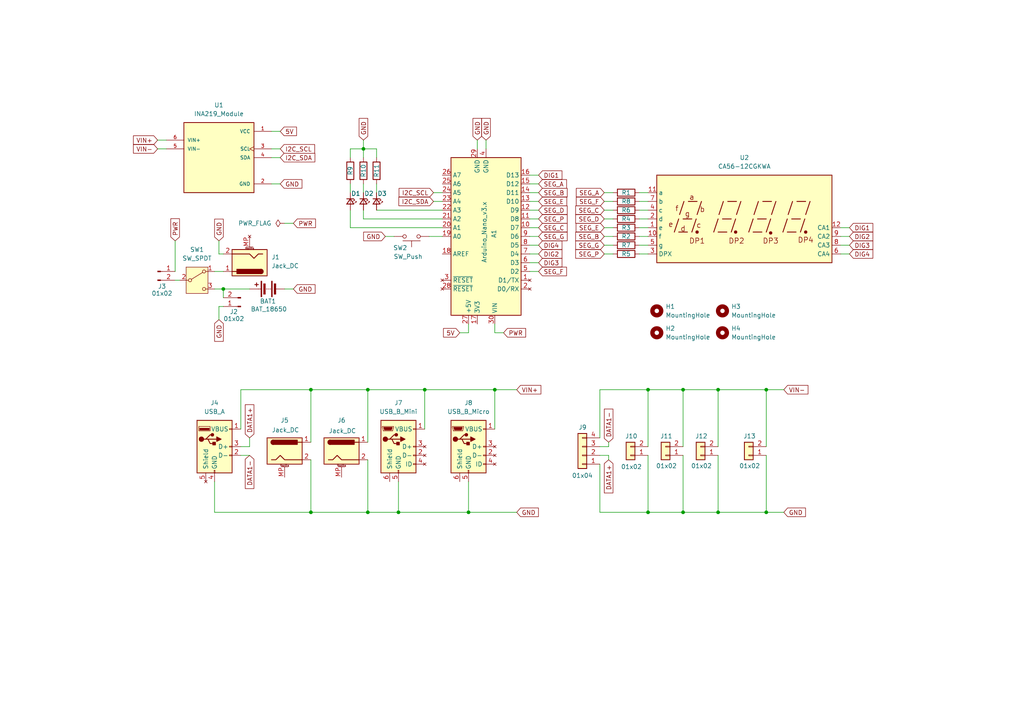
<source format=kicad_sch>
(kicad_sch (version 20250114) (generator "eeschema") (generator_version "9.0")
  (paper "A4")
  (lib_symbols
    (symbol "Barrel_Jack_MountingPin_1" (pin_names (hide yes))
      (property "Reference" "J1" (at -6.35 -1.6257 0))
      (property "Value" "Jack_DC" (at -6.35 0.9143 0))
      (symbol "Barrel_Jack_MountingPin_1_0_1"
        (rectangle (start -5.08 3.81) (end 5.08 -3.81) (stroke (width 0.254)) (fill (type background)))
        (polyline (pts (xy -3.81 -2.54) (xy -2.54 -2.54) (xy -1.27 -1.27) (xy 0 -2.54) (xy 2.54 -2.54) (xy 5.08 -2.54)) (stroke (width 0.254)))
        (arc (start -3.302 1.905) (mid -3.9343 2.54) (end -3.302 3.175) (stroke (width 0.254)))
        (arc (start -3.302 1.905) (mid -3.9343 2.54) (end -3.302 3.175) (stroke (width 0.254)) (fill (type outline)))
        (rectangle (start 3.683 3.175) (end -3.302 1.905) (stroke (width 0.254)) (fill (type outline)))
        (polyline (pts (xy 5.08 2.54) (xy 3.81 2.54)) (stroke (width 0.254)))
      )
      (symbol "Barrel_Jack_MountingPin_1_1_1"
        (polyline (pts (xy -1.016 -4.572) (xy 1.016 -4.572)) (stroke (width 0.1524)))
        (text "Mounting" (at 0 -4.191 0) (effects (font (size 0.381 0.381))))
        (pin no_connect line (at 0 -7.62 90) (length 3.048) (name "MountPin") (number "MP"))
        (pin passive line (at 7.62 2.54 180) (length 2.54) (name "~") (number "1"))
        (pin passive line (at 7.62 -2.54 180) (length 2.54) (name "~") (number "2"))
      )
    )
    (symbol "Barrel_Jack_MountingPin_2" (pin_names (hide yes))
      (property "Reference" "J4" (at 0 8.89 0))
      (property "Value" "Jack_DC" (at 0.254 6.096 0))
      (symbol "Barrel_Jack_MountingPin_2_0_1"
        (rectangle (start -5.08 3.81) (end 5.08 -3.81) (stroke (width 0.254)) (fill (type background)))
        (polyline (pts (xy -3.81 -2.54) (xy -2.54 -2.54) (xy -1.27 -1.27) (xy 0 -2.54) (xy 2.54 -2.54) (xy 5.08 -2.54)) (stroke (width 0.254)))
        (arc (start -3.302 1.905) (mid -3.9343 2.54) (end -3.302 3.175) (stroke (width 0.254)))
        (arc (start -3.302 1.905) (mid -3.9343 2.54) (end -3.302 3.175) (stroke (width 0.254)) (fill (type outline)))
        (rectangle (start 3.683 3.175) (end -3.302 1.905) (stroke (width 0.254)) (fill (type outline)))
        (polyline (pts (xy 5.08 2.54) (xy 3.81 2.54)) (stroke (width 0.254)))
      )
      (symbol "Barrel_Jack_MountingPin_2_1_1"
        (polyline (pts (xy -1.016 -4.572) (xy 1.016 -4.572)) (stroke (width 0.1524)))
        (text "Mounting" (at 0 -4.191 0) (effects (font (size 0.381 0.381))))
        (pin free line (at 0 -7.62 90) (length 3.048) (name "MountPin") (number "MP"))
        (pin power_out line (at 7.62 2.54 180) (length 2.54) (name "~") (number "1"))
        (pin passive line (at 7.62 -2.54 180) (length 2.54) (name "~") (number "2"))
      )
    )
    (symbol "Connector:Barrel_Jack_MountingPin" (pin_names (hide yes))
      (property "Reference" "J5" (at 0 8.89 0))
      (property "Value" "Jack_DC" (at 0.254 5.842 0))
      (symbol "Barrel_Jack_MountingPin_0_1"
        (rectangle (start -5.08 3.81) (end 5.08 -3.81) (stroke (width 0.254)) (fill (type background)))
        (polyline (pts (xy -3.81 -2.54) (xy -2.54 -2.54) (xy -1.27 -1.27) (xy 0 -2.54) (xy 2.54 -2.54) (xy 5.08 -2.54)) (stroke (width 0.254)))
        (arc (start -3.302 1.905) (mid -3.9343 2.54) (end -3.302 3.175) (stroke (width 0.254)))
        (arc (start -3.302 1.905) (mid -3.9343 2.54) (end -3.302 3.175) (stroke (width 0.254)) (fill (type outline)))
        (rectangle (start 3.683 3.175) (end -3.302 1.905) (stroke (width 0.254)) (fill (type outline)))
        (polyline (pts (xy 5.08 2.54) (xy 3.81 2.54)) (stroke (width 0.254)))
      )
      (symbol "Barrel_Jack_MountingPin_1_1"
        (polyline (pts (xy -1.016 -4.572) (xy 1.016 -4.572)) (stroke (width 0.1524)))
        (text "Mounting" (at 0 -4.191 0) (effects (font (size 0.381 0.381))))
        (pin free line (at 0 -7.62 90) (length 3.048) (name "MountPin") (number "MP"))
        (pin power_out line (at 7.62 2.54 180) (length 2.54) (name "~") (number "1"))
        (pin passive line (at 7.62 -2.54 180) (length 2.54) (name "~") (number "2"))
      )
    )
    (symbol "Connector:Conn_01x02_Pin" (pin_names (offset 1.016) (hide yes))
      (property "Reference" "J" (at 0 2.54 0))
      (property "Value" "Conn_01x02_Pin" (at 0 -5.08 0))
      (symbol "Conn_01x02_Pin_1_1"
        (rectangle (start 0.8636 0.127) (end 0 -0.127) (stroke (width 0.1524)) (fill (type outline)))
        (rectangle (start 0.8636 -2.413) (end 0 -2.667) (stroke (width 0.1524)) (fill (type outline)))
        (polyline (pts (xy 1.27 0) (xy 0.8636 0)) (stroke (width 0.1524)))
        (polyline (pts (xy 1.27 -2.54) (xy 0.8636 -2.54)) (stroke (width 0.1524)))
        (pin passive line (at 5.08 0 180) (length 3.81) (name "Pin_1") (number "1"))
        (pin passive line (at 5.08 -2.54 180) (length 3.81) (name "Pin_2") (number "2"))
      )
    )
    (symbol "Connector:USB_A" (pin_names (offset 1.016))
      (property "Reference" "J3" (at 0 12.7 0))
      (property "Value" "USB_A" (at 0 10.16 0))
      (symbol "USB_A_0_1"
        (rectangle (start -5.08 7.62) (end 5.08 -7.62) (stroke (width 0.254)) (fill (type background)))
        (circle (center -3.81 2.159) (radius 0.635) (stroke (width 0.254)) (fill (type outline)))
        (polyline (pts (xy -3.175 2.159) (xy -2.54 2.159) (xy -1.27 3.429) (xy -0.635 3.429)) (stroke (width 0.254)))
        (polyline (pts (xy -2.54 2.159) (xy -1.905 2.159) (xy -1.27 0.889) (xy 0 0.889)) (stroke (width 0.254)))
        (rectangle (start -1.524 4.826) (end -4.318 5.334) (fill (type outline)))
        (rectangle (start -1.27 4.572) (end -4.572 5.842))
        (circle (center -0.635 3.429) (radius 0.381) (stroke (width 0.254)) (fill (type outline)))
        (rectangle (start -0.127 -7.62) (end 0.127 -6.858))
        (rectangle (start 0.254 1.27) (end -0.508 0.508) (stroke (width 0.254)) (fill (type outline)))
        (polyline (pts (xy 0.635 2.794) (xy 0.635 1.524) (xy 1.905 2.159) (xy 0.635 2.794)) (stroke (width 0.254)) (fill (type outline)))
        (rectangle (start 5.08 4.953) (end 4.318 5.207))
        (rectangle (start 5.08 -0.127) (end 4.318 0.127))
        (rectangle (start 5.08 -2.667) (end 4.318 -2.413))
      )
      (symbol "USB_A_1_1"
        (polyline (pts (xy -1.905 2.159) (xy 0.635 2.159)) (stroke (width 0.254)))
        (pin no_connect line (at -2.54 -10.16 90) (length 2.54) (name "Shield") (number "5"))
        (pin passive line (at 0 -10.16 90) (length 2.54) (name "GND") (number "4"))
        (pin power_out line (at 7.62 5.08 180) (length 2.54) (name "VBUS") (number "1"))
        (pin bidirectional line (at 7.62 0 180) (length 2.54) (name "D+") (number "3"))
        (pin bidirectional line (at 7.62 -2.54 180) (length 2.54) (name "D-") (number "2"))
      )
    )
    (symbol "Connector:USB_B_Micro" (pin_names (offset 1.016))
      (property "Reference" "J7" (at 0 12.7 0))
      (property "Value" "USB_B_Micro" (at 0 10.16 0))
      (symbol "USB_B_Micro_0_1"
        (rectangle (start -5.08 7.62) (end 5.08 -7.62) (stroke (width 0.254)) (fill (type background)))
        (polyline (pts (xy -4.699 5.842) (xy -4.699 5.588) (xy -4.445 4.826) (xy -4.445 4.572) (xy -1.651 4.572) (xy -1.651 4.826) (xy -1.397 5.588) (xy -1.397 5.842) (xy -4.699 5.842)))
        (polyline (pts (xy -4.318 5.588) (xy -1.778 5.588) (xy -2.032 4.826) (xy -4.064 4.826) (xy -4.318 5.588)) (fill (type outline)))
        (circle (center -3.81 2.159) (radius 0.635) (stroke (width 0.254)) (fill (type outline)))
        (polyline (pts (xy -3.175 2.159) (xy -2.54 2.159) (xy -1.27 3.429) (xy -0.635 3.429)) (stroke (width 0.254)))
        (polyline (pts (xy -2.54 2.159) (xy -1.905 2.159) (xy -1.27 0.889) (xy 0 0.889)) (stroke (width 0.254)))
        (polyline (pts (xy -1.905 2.159) (xy 0.635 2.159)) (stroke (width 0.254)))
        (circle (center -0.635 3.429) (radius 0.381) (stroke (width 0.254)) (fill (type outline)))
        (rectangle (start -0.127 -7.62) (end 0.127 -6.858))
        (rectangle (start 0.254 1.27) (end -0.508 0.508) (stroke (width 0.254)) (fill (type outline)))
        (polyline (pts (xy 0.635 2.794) (xy 0.635 1.524) (xy 1.905 2.159) (xy 0.635 2.794)) (stroke (width 0.254)) (fill (type outline)))
        (rectangle (start 5.08 4.953) (end 4.318 5.207))
        (rectangle (start 5.08 -0.127) (end 4.318 0.127))
        (rectangle (start 5.08 -2.667) (end 4.318 -2.413))
        (rectangle (start 5.08 -5.207) (end 4.318 -4.953))
      )
      (symbol "USB_B_Micro_1_1"
        (pin free line (at -2.54 -10.16 90) (length 2.54) (name "Shield") (number "6"))
        (pin passive line (at 0 -10.16 90) (length 2.54) (name "GND") (number "5"))
        (pin power_out line (at 7.62 5.08 180) (length 2.54) (name "VBUS") (number "1"))
        (pin no_connect line (at 7.62 0 180) (length 2.54) (name "D+") (number "3"))
        (pin no_connect line (at 7.62 -2.54 180) (length 2.54) (name "D-") (number "2"))
        (pin no_connect line (at 7.62 -5.08 180) (length 2.54) (name "ID") (number "4"))
      )
    )
    (symbol "Connector:USB_B_Mini" (pin_names (offset 1.016))
      (property "Reference" "J6" (at 0 12.7 0))
      (property "Value" "USB_B_Mini" (at 0 10.16 0))
      (symbol "USB_B_Mini_0_1"
        (rectangle (start -5.08 7.62) (end 5.08 -7.62) (stroke (width 0.254)) (fill (type background)))
        (polyline (pts (xy -4.699 5.842) (xy -4.699 5.588) (xy -4.445 4.826) (xy -4.445 4.572) (xy -1.651 4.572) (xy -1.651 4.826) (xy -1.397 5.588) (xy -1.397 5.842) (xy -4.699 5.842)))
        (polyline (pts (xy -4.318 5.588) (xy -1.778 5.588) (xy -2.032 4.826) (xy -4.064 4.826) (xy -4.318 5.588)) (fill (type outline)))
        (circle (center -3.81 2.159) (radius 0.635) (stroke (width 0.254)) (fill (type outline)))
        (polyline (pts (xy -3.175 2.159) (xy -2.54 2.159) (xy -1.27 3.429) (xy -0.635 3.429)) (stroke (width 0.254)))
        (polyline (pts (xy -2.54 2.159) (xy -1.905 2.159) (xy -1.27 0.889) (xy 0 0.889)) (stroke (width 0.254)))
        (polyline (pts (xy -1.905 2.159) (xy 0.635 2.159)) (stroke (width 0.254)))
        (circle (center -0.635 3.429) (radius 0.381) (stroke (width 0.254)) (fill (type outline)))
        (rectangle (start -0.127 -7.62) (end 0.127 -6.858))
        (rectangle (start 0.254 1.27) (end -0.508 0.508) (stroke (width 0.254)) (fill (type outline)))
        (polyline (pts (xy 0.635 2.794) (xy 0.635 1.524) (xy 1.905 2.159) (xy 0.635 2.794)) (stroke (width 0.254)) (fill (type outline)))
        (rectangle (start 5.08 4.953) (end 4.318 5.207))
        (rectangle (start 5.08 -0.127) (end 4.318 0.127))
        (rectangle (start 5.08 -2.667) (end 4.318 -2.413))
        (rectangle (start 5.08 -5.207) (end 4.318 -4.953))
      )
      (symbol "USB_B_Mini_1_1"
        (pin free line (at -2.54 -10.16 90) (length 2.54) (name "Shield") (number "6"))
        (pin passive line (at 0 -10.16 90) (length 2.54) (name "GND") (number "5"))
        (pin power_out line (at 7.62 5.08 180) (length 2.54) (name "VBUS") (number "1"))
        (pin no_connect line (at 7.62 0 180) (length 2.54) (name "D+") (number "3"))
        (pin no_connect line (at 7.62 -2.54 180) (length 2.54) (name "D-") (number "2"))
        (pin no_connect line (at 7.62 -5.08 180) (length 2.54) (name "ID") (number "4"))
      )
    )
    (symbol "Connector_Generic:Conn_01x02" (pin_names (offset 1.016) (hide yes))
      (property "Reference" "J" (at 0 2.54 0))
      (property "Value" "Conn_01x02" (at 0 -5.08 0))
      (symbol "Conn_01x02_1_1"
        (rectangle (start -1.27 1.27) (end 1.27 -3.81) (stroke (width 0.254)) (fill (type background)))
        (rectangle (start -1.27 0.127) (end 0 -0.127) (stroke (width 0.1524)))
        (rectangle (start -1.27 -2.413) (end 0 -2.667) (stroke (width 0.1524)))
        (pin passive line (at -5.08 0 0) (length 3.81) (name "Pin_1") (number "1"))
        (pin passive line (at -5.08 -2.54 0) (length 3.81) (name "Pin_2") (number "2"))
      )
    )
    (symbol "Connector_Generic:Conn_01x04" (pin_names (offset 1.016) (hide yes))
      (property "Reference" "J" (at 0 5.08 0))
      (property "Value" "Conn_01x04" (at 0 -7.62 0))
      (symbol "Conn_01x04_1_1"
        (rectangle (start -1.27 3.81) (end 1.27 -6.35) (stroke (width 0.254)) (fill (type background)))
        (rectangle (start -1.27 2.667) (end 0 2.413) (stroke (width 0.1524)))
        (rectangle (start -1.27 0.127) (end 0 -0.127) (stroke (width 0.1524)))
        (rectangle (start -1.27 -2.413) (end 0 -2.667) (stroke (width 0.1524)))
        (rectangle (start -1.27 -4.953) (end 0 -5.207) (stroke (width 0.1524)))
        (pin passive line (at -5.08 2.54 0) (length 3.81) (name "Pin_1") (number "1"))
        (pin passive line (at -5.08 0 0) (length 3.81) (name "Pin_2") (number "2"))
        (pin passive line (at -5.08 -2.54 0) (length 3.81) (name "Pin_3") (number "3"))
        (pin passive line (at -5.08 -5.08 0) (length 3.81) (name "Pin_4") (number "4"))
      )
    )
    (symbol "Custom:INA219_Module" (pin_names (offset 1.016))
      (property "Reference" "U1" (at 0 15.24 0))
      (property "Value" "INA219_Module" (at 0 12.7 0))
      (symbol "INA219_Module_0_0"
        (rectangle (start -10.16 10.16) (end 10.16 -10.16) (stroke (width 0.254)) (fill (type background)))
        (pin input line (at -15.24 5.08 0) (length 5.08) (name "VIN+") (number "6"))
        (pin input line (at -15.24 2.54 0) (length 5.08) (name "VIN-") (number "5"))
        (pin power_in line (at 15.24 7.62 180) (length 5.08) (name "VCC") (number "1"))
        (pin input clock (at 15.24 2.54 180) (length 5.08) (name "SCL") (number "3"))
        (pin bidirectional line (at 15.24 0 180) (length 5.08) (name "SDA") (number "4"))
        (pin power_in line (at 15.24 -7.62 180) (length 5.08) (name "GND") (number "2"))
      )
      (symbol "INA219_Module_1_0"
        (pin no_connect line (at 15.24 -5.08 180) (length 5.08) (hide yes) (name "SHIELD") (number "SH1"))
      )
    )
    (symbol "Device:Battery" (pin_numbers (hide yes)) (pin_names (offset 0) (hide yes))
      (property "Reference" "BT" (at 2.54 2.54 0))
      (property "Value" "Battery" (at 2.54 0 0))
      (symbol "Battery_0_1"
        (rectangle (start -2.286 1.778) (end 2.286 1.524) (fill (type outline)))
        (rectangle (start -2.286 -1.27) (end 2.286 -1.524) (fill (type outline)))
        (rectangle (start -1.524 1.016) (end 1.524 0.508) (fill (type outline)))
        (rectangle (start -1.524 -2.032) (end 1.524 -2.54) (fill (type outline)))
        (polyline (pts (xy 0 1.778) (xy 0 2.54)))
        (polyline (pts (xy 0 0) (xy 0 0.254)))
        (polyline (pts (xy 0 -0.508) (xy 0 -0.254)))
        (polyline (pts (xy 0 -1.016) (xy 0 -0.762)))
        (polyline (pts (xy 0.762 3.048) (xy 1.778 3.048)) (stroke (width 0.254)))
        (polyline (pts (xy 1.27 3.556) (xy 1.27 2.54)) (stroke (width 0.254)))
      )
      (symbol "Battery_1_1"
        (pin passive line (at 0 5.08 270) (length 2.54) (name "+") (number "1"))
        (pin passive line (at 0 -5.08 90) (length 2.54) (name "-") (number "2"))
      )
    )
    (symbol "Device:R" (pin_numbers (hide yes)) (pin_names (offset 0))
      (property "Reference" "R" (at 2.032 0 90))
      (property "Value" "R" (at 0 0 90))
      (symbol "R_0_1"
        (rectangle (start -1.016 -2.54) (end 1.016 2.54) (stroke (width 0.254)))
      )
      (symbol "R_1_1"
        (pin passive line (at 0 3.81 270) (length 1.27) (name "~") (number "1"))
        (pin passive line (at 0 -3.81 90) (length 1.27) (name "~") (number "2"))
      )
    )
    (symbol "Display_Character:CA56-12CGKWA"
      (property "Reference" "U" (at -24.13 13.97 0))
      (property "Value" "CA56-12CGKWA" (at 17.78 13.97 0))
      (symbol "CA56-12CGKWA_0_0"
        (rectangle (start -25.4 12.7) (end 25.4 -12.7) (stroke (width 0.254)) (fill (type background)))
        (polyline (pts (xy -20.32 -3.81) (xy -19.05 0)) (stroke (width 0.254)))
        (polyline (pts (xy -19.05 -3.81) (xy -16.51 -3.81)) (stroke (width 0.254)))
        (polyline (pts (xy -18.796 1.27) (xy -17.526 5.08)) (stroke (width 0.254)))
        (polyline (pts (xy -17.78 0) (xy -15.24 0)) (stroke (width 0.254)))
        (polyline (pts (xy -16.256 5.08) (xy -13.716 5.08)) (stroke (width 0.254)))
        (polyline (pts (xy -15.24 -3.81) (xy -13.97 0)) (stroke (width 0.254)))
        (polyline (pts (xy -13.716 1.27) (xy -12.446 5.08)) (stroke (width 0.254)))
        (polyline (pts (xy -8.89 -3.81) (xy -7.62 0)) (stroke (width 0.254)))
        (polyline (pts (xy -7.62 -3.81) (xy -5.08 -3.81)) (stroke (width 0.254)))
        (polyline (pts (xy -7.366 1.27) (xy -6.096 5.08)) (stroke (width 0.254)))
        (polyline (pts (xy -6.35 0) (xy -3.81 0)) (stroke (width 0.254)))
        (polyline (pts (xy -4.826 5.08) (xy -2.286 5.08)) (stroke (width 0.254)))
        (polyline (pts (xy -3.81 -3.81) (xy -2.54 0)) (stroke (width 0.254)))
        (polyline (pts (xy -2.286 1.27) (xy -1.016 5.08)) (stroke (width 0.254)))
        (polyline (pts (xy 1.27 -3.81) (xy 2.54 0)) (stroke (width 0.254)))
        (polyline (pts (xy 2.54 -3.81) (xy 5.08 -3.81)) (stroke (width 0.254)))
        (polyline (pts (xy 2.794 1.27) (xy 4.064 5.08)) (stroke (width 0.254)))
        (polyline (pts (xy 3.81 0) (xy 6.35 0)) (stroke (width 0.254)))
        (polyline (pts (xy 5.334 5.08) (xy 7.874 5.08)) (stroke (width 0.254)))
        (polyline (pts (xy 6.35 -3.81) (xy 7.62 0)) (stroke (width 0.254)))
        (polyline (pts (xy 7.874 1.27) (xy 9.144 5.08)) (stroke (width 0.254)))
        (polyline (pts (xy 11.176 -3.81) (xy 12.446 0)) (stroke (width 0.254)))
        (polyline (pts (xy 12.446 -3.81) (xy 14.986 -3.81)) (stroke (width 0.254)))
        (polyline (pts (xy 12.7 1.27) (xy 13.97 5.08)) (stroke (width 0.254)))
        (polyline (pts (xy 13.716 0) (xy 16.256 0)) (stroke (width 0.254)))
        (polyline (pts (xy 15.24 5.08) (xy 17.78 5.08)) (stroke (width 0.254)))
        (polyline (pts (xy 16.256 -3.81) (xy 17.526 0)) (stroke (width 0.254)))
        (polyline (pts (xy 17.78 1.27) (xy 19.05 5.08)) (stroke (width 0.254)))
        (text "e" (at -21.336 -1.524 0) (effects (font (size 1.524 1.524))))
        (text "f" (at -19.558 3.048 0) (effects (font (size 1.524 1.524))))
        (text "d" (at -17.78 -2.794 0) (effects (font (size 1.524 1.524))))
        (text "g" (at -16.51 1.524 0) (effects (font (size 1.524 1.524))))
        (text "a" (at -15.24 6.35 0) (effects (font (size 1.524 1.524))))
        (text "DP1" (at -13.716 -6.35 0) (effects (font (size 1.524 1.524))))
        (text "c" (at -13.208 -1.778 0) (effects (font (size 1.524 1.524))))
        (text "b" (at -12.192 2.794 0) (effects (font (size 1.524 1.524))))
        (text "DP2" (at -2.286 -6.35 0) (effects (font (size 1.524 1.524))))
        (text "DP3" (at 7.62 -6.35 0) (effects (font (size 1.524 1.524))))
        (text "DP4" (at 17.78 -6.096 0) (effects (font (size 1.524 1.524))))
      )
      (symbol "CA56-12CGKWA_0_1"
        (circle (center -13.716 -3.81) (radius 0.3556) (stroke (width 0.254)) (fill (type outline)))
        (circle (center -2.54 -3.81) (radius 0.3556) (stroke (width 0.254)) (fill (type outline)))
      )
      (symbol "CA56-12CGKWA_1_0"
        (circle (center 7.62 -4.064) (radius 0.3556) (stroke (width 0.254)) (fill (type outline)))
        (circle (center 17.78 -3.81) (radius 0.3556) (stroke (width 0.254)) (fill (type outline)))
      )
      (symbol "CA56-12CGKWA_1_1"
        (pin input line (at -27.94 7.62 0) (length 2.54) (name "a") (number "11"))
        (pin input line (at -27.94 5.08 0) (length 2.54) (name "b") (number "7"))
        (pin input line (at -27.94 2.54 0) (length 2.54) (name "c") (number "4"))
        (pin input line (at -27.94 0 0) (length 2.54) (name "d") (number "2"))
        (pin input line (at -27.94 -2.54 0) (length 2.54) (name "e") (number "1"))
        (pin input line (at -27.94 -5.08 0) (length 2.54) (name "f") (number "10"))
        (pin input line (at -27.94 -7.62 0) (length 2.54) (name "g") (number "5"))
        (pin input line (at -27.94 -10.16 0) (length 2.54) (name "DPX") (number "3"))
        (pin input line (at 27.94 -2.54 180) (length 2.54) (name "CA1") (number "12"))
        (pin input line (at 27.94 -5.08 180) (length 2.54) (name "CA2") (number "9"))
        (pin input line (at 27.94 -7.62 180) (length 2.54) (name "CA3") (number "8"))
        (pin input line (at 27.94 -10.16 180) (length 2.54) (name "CA4") (number "6"))
      )
    )
    (symbol "MCU_Module:Arduino_Nano_v3.x"
      (property "Reference" "A1" (at -2.286 -2.032 90))
      (property "Value" "Arduino_Nano_v3.x" (at 0.508 -10.16 90))
      (symbol "Arduino_Nano_v3.x_0_1"
        (rectangle (start -10.16 22.86) (end 10.16 -22.86) (stroke (width 0.254)) (fill (type background)))
      )
      (symbol "Arduino_Nano_v3.x_1_1"
        (pin no_connect line (at -12.7 15.24 0) (length 2.54) (name "D0/RX") (number "2"))
        (pin no_connect line (at -12.7 12.7 0) (length 2.54) (name "D1/TX") (number "1"))
        (pin bidirectional line (at -12.7 10.16 0) (length 2.54) (name "D2") (number "5"))
        (pin bidirectional line (at -12.7 7.62 0) (length 2.54) (name "D3") (number "6"))
        (pin bidirectional line (at -12.7 5.08 0) (length 2.54) (name "D4") (number "7"))
        (pin bidirectional line (at -12.7 2.54 0) (length 2.54) (name "D5") (number "8"))
        (pin bidirectional line (at -12.7 0 0) (length 2.54) (name "D6") (number "9"))
        (pin bidirectional line (at -12.7 -2.54 0) (length 2.54) (name "D7") (number "10"))
        (pin bidirectional line (at -12.7 -5.08 0) (length 2.54) (name "D8") (number "11"))
        (pin bidirectional line (at -12.7 -7.62 0) (length 2.54) (name "D9") (number "12"))
        (pin bidirectional line (at -12.7 -10.16 0) (length 2.54) (name "D10") (number "13"))
        (pin bidirectional line (at -12.7 -12.7 0) (length 2.54) (name "D11") (number "14"))
        (pin bidirectional line (at -12.7 -15.24 0) (length 2.54) (name "D12") (number "15"))
        (pin bidirectional line (at -12.7 -17.78 0) (length 2.54) (name "D13") (number "16"))
        (pin power_in line (at -2.54 25.4 270) (length 2.54) (name "VIN") (number "30"))
        (pin power_out line (at 0 -25.4 90) (length 2.54) (name "GND") (number "4"))
        (pin free line (at 2.54 25.4 270) (length 2.54) (name "3V3") (number "17"))
        (pin power_out line (at 2.54 -25.4 90) (length 2.54) (name "GND") (number "29"))
        (pin power_out line (at 5.08 25.4 270) (length 2.54) (name "+5V") (number "27"))
        (pin no_connect line (at 12.7 15.24 180) (length 2.54) (name "~{RESET}") (number "28"))
        (pin no_connect line (at 12.7 12.7 180) (length 2.54) (name "~{RESET}") (number "3"))
        (pin free line (at 12.7 5.08 180) (length 2.54) (name "AREF") (number "18"))
        (pin bidirectional line (at 12.7 0 180) (length 2.54) (name "A0") (number "19"))
        (pin bidirectional line (at 12.7 -2.54 180) (length 2.54) (name "A1") (number "20"))
        (pin bidirectional line (at 12.7 -5.08 180) (length 2.54) (name "A2") (number "21"))
        (pin bidirectional line (at 12.7 -7.62 180) (length 2.54) (name "A3") (number "22"))
        (pin bidirectional line (at 12.7 -10.16 180) (length 2.54) (name "A4") (number "23"))
        (pin bidirectional line (at 12.7 -12.7 180) (length 2.54) (name "A5") (number "24"))
        (pin free line (at 12.7 -15.24 180) (length 2.54) (name "A6") (number "25"))
        (pin free line (at 12.7 -17.78 180) (length 2.54) (name "A7") (number "26"))
      )
    )
    (symbol "Mechanical:MountingHole" (pin_names (offset 1.016)) (in_bom no)
      (property "Reference" "H" (at 0 5.08 0))
      (property "Value" "MountingHole" (at 0 3.175 0))
      (symbol "MountingHole_0_1"
        (circle (center 0 0) (radius 1.27) (stroke (width 1.27)))
      )
    )
    (symbol "PCM_SparkFun-LED:LED" (pin_numbers (hide yes)) (pin_names (offset 1.016) (hide yes))
      (property "Reference" "D" (at 0 2.54 0))
      (property "Value" "LED" (at 0 -2.54 0))
      (symbol "LED_0_1"
        (polyline (pts (xy -0.762 -1.016) (xy -0.762 1.016)) (stroke (width 0.254)))
        (polyline (pts (xy 0 0.762) (xy -0.508 1.27) (xy -0.254 1.27) (xy -0.508 1.27) (xy -0.508 1.016)))
        (polyline (pts (xy 0.508 1.27) (xy 0 1.778) (xy 0.254 1.778) (xy 0 1.778) (xy 0 1.524)))
        (polyline (pts (xy 0.762 -1.016) (xy -0.762 0) (xy 0.762 1.016) (xy 0.762 -1.016)) (stroke (width 0.254)))
        (polyline (pts (xy 1.016 0) (xy -0.762 0)))
      )
      (symbol "LED_1_1"
        (pin passive line (at -2.54 0 0) (length 1.778) (name "K") (number "1"))
        (pin passive line (at 2.54 0 180) (length 1.778) (name "A") (number "2"))
      )
    )
    (symbol "Switch:SW_Push" (pin_numbers (hide yes)) (pin_names (offset 1.016) (hide yes))
      (property "Reference" "SW" (at 1.27 2.54 0))
      (property "Value" "SW_Push" (at 0 -1.524 0))
      (symbol "SW_Push_0_1"
        (circle (center -2.032 0) (radius 0.508))
        (polyline (pts (xy 0 1.27) (xy 0 3.048)))
        (circle (center 2.032 0) (radius 0.508))
        (polyline (pts (xy 2.54 1.27) (xy -2.54 1.27)))
        (pin passive line (at -5.08 0 0) (length 2.54) (name "1") (number "1"))
        (pin passive line (at 5.08 0 180) (length 2.54) (name "2") (number "2"))
      )
    )
    (symbol "Switch:SW_SPDT" (pin_names (offset 0) (hide yes))
      (property "Reference" "SW" (at 0 5.08 0))
      (property "Value" "SW_SPDT" (at 0 -5.08 0))
      (symbol "SW_SPDT_0_1"
        (circle (center -2.032 0) (radius 0.4572))
        (polyline (pts (xy -1.651 0.254) (xy 1.651 2.286)))
        (circle (center 2.032 2.54) (radius 0.4572))
        (circle (center 2.032 -2.54) (radius 0.4572))
      )
      (symbol "SW_SPDT_1_1"
        (rectangle (start -3.175 3.81) (end 3.175 -3.81) (fill (type background)))
        (pin passive line (at -5.08 0 0) (length 2.54) (name "B") (number "2"))
        (pin passive line (at 5.08 2.54 180) (length 2.54) (name "A") (number "1"))
        (pin passive line (at 5.08 -2.54 180) (length 2.54) (name "C") (number "3"))
      )
    )
    (symbol "power:PWR_FLAG" (power) (pin_numbers (hide yes)) (pin_names (offset 0) (hide yes))
      (property "Value" "PWR_FLAG" (at 0 3.81 0))
      (symbol "PWR_FLAG_0_0"
        (pin power_out line (at 0 0 90) (length 0) (name "~") (number "1"))
      )
      (symbol "PWR_FLAG_0_1"
        (polyline (pts (xy 0 0) (xy 0 1.27) (xy -1.016 1.905) (xy 0 2.54) (xy 1.016 1.905) (xy 0 1.27)))
      )
    )
  )
  (junction (at 90.17 148.59))
  (junction (at 198.12 113.03))
  (junction (at 105.41 43.18))
  (junction (at 90.17 113.03))
  (junction (at 143.51 113.03))
  (junction (at 64.77 83.82))
  (junction (at 208.28 113.03))
  (junction (at 115.57 148.59))
  (junction (at 123.19 113.03))
  (junction (at 187.96 113.03))
  (junction (at 135.89 148.59))
  (junction (at 106.68 113.03))
  (junction (at 222.25 148.59))
  (junction (at 198.12 148.59))
  (junction (at 208.28 148.59))
  (junction (at 187.96 148.59))
  (junction (at 106.68 148.59))
  (junction (at 222.25 113.03))
  (wire (pts (xy 146.05 96.52) (xy 143.51 96.52)))
  (wire (pts (xy 138.43 40.64) (xy 138.43 43.18)))
  (wire (pts (xy 106.68 148.59) (xy 115.57 148.59)))
  (wire (pts (xy 52.07 81.28) (xy 50.8 81.28)))
  (wire (pts (xy 90.17 113.03) (xy 90.17 128.27)))
  (wire (pts (xy 45.72 40.64) (xy 48.26 40.64)))
  (wire (pts (xy 78.74 45.72) (xy 81.28 45.72)))
  (wire (pts (xy 173.99 148.59) (xy 187.96 148.59)))
  (wire (pts (xy 187.96 113.03) (xy 198.12 113.03)))
  (wire (pts (xy 176.53 133.35) (xy 176.53 132.08)))
  (wire (pts (xy 133.35 96.52) (xy 135.89 96.52)))
  (wire (pts (xy 208.28 148.59) (xy 222.25 148.59)))
  (wire (pts (xy 187.96 148.59) (xy 198.12 148.59)))
  (wire (pts (xy 187.96 58.42) (xy 185.42 58.42)))
  (wire (pts (xy 198.12 113.03) (xy 208.28 113.03)))
  (wire (pts (xy 101.6 43.18) (xy 105.41 43.18)))
  (wire (pts (xy 176.53 128.27) (xy 176.53 129.54)))
  (wire (pts (xy 105.41 40.64) (xy 105.41 43.18)))
  (wire (pts (xy 175.26 63.5) (xy 177.8 63.5)))
  (wire (pts (xy 105.41 63.5) (xy 105.41 60.96)))
  (wire (pts (xy 114.3 68.58) (xy 111.76 68.58)))
  (wire (pts (xy 187.96 68.58) (xy 185.42 68.58)))
  (wire (pts (xy 135.89 96.52) (xy 135.89 93.98)))
  (wire (pts (xy 153.67 55.88) (xy 156.21 55.88)))
  (wire (pts (xy 69.85 113.03) (xy 69.85 124.46)))
  (wire (pts (xy 187.96 66.04) (xy 185.42 66.04)))
  (wire (pts (xy 173.99 134.62) (xy 173.99 148.59)))
  (wire (pts (xy 175.26 73.66) (xy 177.8 73.66)))
  (wire (pts (xy 187.96 63.5) (xy 185.42 63.5)))
  (wire (pts (xy 153.67 60.96) (xy 156.21 60.96)))
  (wire (pts (xy 153.67 68.58) (xy 156.21 68.58)))
  (wire (pts (xy 176.53 132.08) (xy 173.99 132.08)))
  (wire (pts (xy 101.6 43.18) (xy 101.6 45.72)))
  (wire (pts (xy 175.26 60.96) (xy 177.8 60.96)))
  (wire (pts (xy 63.5 69.85) (xy 63.5 73.66)))
  (wire (pts (xy 243.84 71.12) (xy 246.38 71.12)))
  (wire (pts (xy 222.25 132.08) (xy 222.25 148.59)))
  (wire (pts (xy 63.5 73.66) (xy 64.77 73.66)))
  (wire (pts (xy 222.25 113.03) (xy 227.33 113.03)))
  (wire (pts (xy 62.23 148.59) (xy 90.17 148.59)))
  (wire (pts (xy 175.26 58.42) (xy 177.8 58.42)))
  (wire (pts (xy 222.25 113.03) (xy 222.25 129.54)))
  (wire (pts (xy 62.23 83.82) (xy 64.77 83.82)))
  (wire (pts (xy 143.51 113.03) (xy 143.51 124.46)))
  (wire (pts (xy 90.17 148.59) (xy 106.68 148.59)))
  (wire (pts (xy 115.57 148.59) (xy 135.89 148.59)))
  (wire (pts (xy 69.85 113.03) (xy 90.17 113.03)))
  (wire (pts (xy 173.99 113.03) (xy 187.96 113.03)))
  (wire (pts (xy 115.57 139.7) (xy 115.57 148.59)))
  (wire (pts (xy 82.55 83.82) (xy 85.09 83.82)))
  (wire (pts (xy 109.22 43.18) (xy 109.22 45.72)))
  (wire (pts (xy 175.26 55.88) (xy 177.8 55.88)))
  (wire (pts (xy 153.67 63.5) (xy 156.21 63.5)))
  (wire (pts (xy 140.97 40.64) (xy 140.97 43.18)))
  (wire (pts (xy 243.84 68.58) (xy 246.38 68.58)))
  (wire (pts (xy 105.41 55.88) (xy 105.41 53.34)))
  (wire (pts (xy 153.67 76.2) (xy 156.21 76.2)))
  (wire (pts (xy 208.28 132.08) (xy 208.28 148.59)))
  (wire (pts (xy 187.96 71.12) (xy 185.42 71.12)))
  (wire (pts (xy 125.73 55.88) (xy 128.27 55.88)))
  (wire (pts (xy 135.89 139.7) (xy 135.89 148.59)))
  (wire (pts (xy 124.46 68.58) (xy 128.27 68.58)))
  (wire (pts (xy 64.77 83.82) (xy 72.39 83.82)))
  (wire (pts (xy 125.73 58.42) (xy 128.27 58.42)))
  (wire (pts (xy 153.67 58.42) (xy 156.21 58.42)))
  (wire (pts (xy 64.77 83.82) (xy 64.77 86.36)))
  (wire (pts (xy 106.68 113.03) (xy 106.68 128.27)))
  (wire (pts (xy 135.89 148.59) (xy 149.86 148.59)))
  (wire (pts (xy 153.67 50.8) (xy 156.21 50.8)))
  (wire (pts (xy 109.22 55.88) (xy 109.22 53.34)))
  (wire (pts (xy 64.77 78.74) (xy 62.23 78.74)))
  (wire (pts (xy 187.96 55.88) (xy 185.42 55.88)))
  (wire (pts (xy 101.6 66.04) (xy 128.27 66.04)))
  (wire (pts (xy 187.96 73.66) (xy 185.42 73.66)))
  (wire (pts (xy 208.28 113.03) (xy 208.28 129.54)))
  (wire (pts (xy 62.23 139.7) (xy 62.23 148.59)))
  (wire (pts (xy 81.28 38.1) (xy 78.74 38.1)))
  (wire (pts (xy 63.5 92.71) (xy 63.5 88.9)))
  (wire (pts (xy 105.41 43.18) (xy 109.22 43.18)))
  (wire (pts (xy 50.8 69.85) (xy 50.8 78.74)))
  (wire (pts (xy 198.12 113.03) (xy 198.12 129.54)))
  (wire (pts (xy 222.25 148.59) (xy 227.33 148.59)))
  (wire (pts (xy 175.26 68.58) (xy 177.8 68.58)))
  (wire (pts (xy 198.12 132.08) (xy 198.12 148.59)))
  (wire (pts (xy 106.68 113.03) (xy 123.19 113.03)))
  (wire (pts (xy 153.67 66.04) (xy 156.21 66.04)))
  (wire (pts (xy 187.96 113.03) (xy 187.96 129.54)))
  (wire (pts (xy 101.6 66.04) (xy 101.6 60.96)))
  (wire (pts (xy 90.17 133.35) (xy 90.17 148.59)))
  (wire (pts (xy 105.41 63.5) (xy 128.27 63.5)))
  (wire (pts (xy 143.51 93.98) (xy 143.51 96.52)))
  (wire (pts (xy 45.72 43.18) (xy 48.26 43.18)))
  (wire (pts (xy 175.26 71.12) (xy 177.8 71.12)))
  (wire (pts (xy 175.26 66.04) (xy 177.8 66.04)))
  (wire (pts (xy 143.51 113.03) (xy 149.86 113.03)))
  (wire (pts (xy 123.19 113.03) (xy 123.19 124.46)))
  (wire (pts (xy 63.5 88.9) (xy 64.77 88.9)))
  (wire (pts (xy 106.68 133.35) (xy 106.68 148.59)))
  (wire (pts (xy 101.6 53.34) (xy 101.6 55.88)))
  (wire (pts (xy 90.17 113.03) (xy 106.68 113.03)))
  (wire (pts (xy 105.41 43.18) (xy 105.41 45.72)))
  (wire (pts (xy 72.39 127) (xy 72.39 129.54)))
  (wire (pts (xy 243.84 66.04) (xy 246.38 66.04)))
  (wire (pts (xy 153.67 73.66) (xy 156.21 73.66)))
  (wire (pts (xy 187.96 132.08) (xy 187.96 148.59)))
  (wire (pts (xy 109.22 60.96) (xy 128.27 60.96)))
  (wire (pts (xy 208.28 113.03) (xy 222.25 113.03)))
  (wire (pts (xy 81.28 53.34) (xy 78.74 53.34)))
  (wire (pts (xy 187.96 60.96) (xy 185.42 60.96)))
  (wire (pts (xy 153.67 53.34) (xy 156.21 53.34)))
  (wire (pts (xy 123.19 113.03) (xy 143.51 113.03)))
  (wire (pts (xy 82.55 64.77) (xy 85.09 64.77)))
  (wire (pts (xy 173.99 113.03) (xy 173.99 127)))
  (wire (pts (xy 78.74 43.18) (xy 81.28 43.18)))
  (wire (pts (xy 153.67 71.12) (xy 156.21 71.12)))
  (wire (pts (xy 198.12 148.59) (xy 208.28 148.59)))
  (wire (pts (xy 243.84 73.66) (xy 246.38 73.66)))
  (wire (pts (xy 72.39 132.08) (xy 69.85 132.08)))
  (wire (pts (xy 176.53 129.54) (xy 173.99 129.54)))
  (wire (pts (xy 72.39 129.54) (xy 69.85 129.54)))
  (wire (pts (xy 153.67 78.74) (xy 156.21 78.74)))
  (global_label "I2C_SDA" (shape input) (at 125.73 58.42 180) (property "Intersheetrefs" "${INTERSHEET_REFS}" (effects (hide yes))))
  (global_label "5V" (shape input) (at 81.28 38.1 0) (property "Intersheetrefs" "${INTERSHEET_REFS}" (effects (hide yes))))
  (global_label "GND" (shape input) (at 149.86 148.59 0) (property "Intersheetrefs" "${INTERSHEET_REFS}" (effects (hide yes))))
  (global_label "DATA1-" (shape input) (at 72.39 132.08 270) (property "Intersheetrefs" "${INTERSHEET_REFS}" (effects (hide yes))))
  (global_label "5V" (shape input) (at 133.35 96.52 180) (property "Intersheetrefs" "${INTERSHEET_REFS}" (effects (hide yes))))
  (global_label "GND" (shape input) (at 111.76 68.58 180) (property "Intersheetrefs" "${INTERSHEET_REFS}" (effects (hide yes))))
  (global_label "SEG_G" (shape input) (at 175.26 71.12 180) (property "Intersheetrefs" "${INTERSHEET_REFS}" (effects (hide yes))))
  (global_label "DIG3" (shape input) (at 156.21 76.2 0) (property "Intersheetrefs" "${INTERSHEET_REFS}" (effects (hide yes))))
  (global_label "DIG2" (shape input) (at 246.38 68.58 0) (property "Intersheetrefs" "${INTERSHEET_REFS}" (effects (hide yes))))
  (global_label "VIN+" (shape input) (at 45.72 40.64 180) (property "Intersheetrefs" "${INTERSHEET_REFS}" (effects (hide yes))))
  (global_label "VIN-" (shape input) (at 45.72 43.18 180) (property "Intersheetrefs" "${INTERSHEET_REFS}" (effects (hide yes))))
  (global_label "SEG_G" (shape input) (at 156.21 68.58 0) (property "Intersheetrefs" "${INTERSHEET_REFS}" (effects (hide yes))))
  (global_label "I2C_SDA" (shape input) (at 81.28 45.72 0) (property "Intersheetrefs" "${INTERSHEET_REFS}" (effects (hide yes))))
  (global_label "SEG_E" (shape input) (at 156.21 58.42 0) (property "Intersheetrefs" "${INTERSHEET_REFS}" (effects (hide yes))))
  (global_label "GND" (shape input) (at 63.5 69.85 90) (property "Intersheetrefs" "${INTERSHEET_REFS}" (effects (hide yes))))
  (global_label "PWR" (shape input) (at 50.8 69.85 90) (property "Intersheetrefs" "${INTERSHEET_REFS}" (effects (hide yes))))
  (global_label "SEG_P" (shape input) (at 175.26 73.66 180) (property "Intersheetrefs" "${INTERSHEET_REFS}" (effects (hide yes))))
  (global_label "DIG1" (shape input) (at 156.21 50.8 0) (property "Intersheetrefs" "${INTERSHEET_REFS}" (effects (hide yes))))
  (global_label "GND" (shape input) (at 138.43 40.64 90) (property "Intersheetrefs" "${INTERSHEET_REFS}" (effects (hide yes))))
  (global_label "SEG_A" (shape input) (at 156.21 53.34 0) (property "Intersheetrefs" "${INTERSHEET_REFS}" (effects (hide yes))))
  (global_label "I2C_SCL" (shape input) (at 125.73 55.88 180) (property "Intersheetrefs" "${INTERSHEET_REFS}" (effects (hide yes))))
  (global_label "SEG_B" (shape input) (at 156.21 55.88 0) (property "Intersheetrefs" "${INTERSHEET_REFS}" (effects (hide yes))))
  (global_label "DATA1+" (shape input) (at 72.39 127 90) (property "Intersheetrefs" "${INTERSHEET_REFS}" (effects (hide yes))))
  (global_label "I2C_SCL" (shape input) (at 81.28 43.18 0) (property "Intersheetrefs" "${INTERSHEET_REFS}" (effects (hide yes))))
  (global_label "DIG1" (shape input) (at 246.38 66.04 0) (property "Intersheetrefs" "${INTERSHEET_REFS}" (effects (hide yes))))
  (global_label "DIG4" (shape input) (at 156.21 71.12 0) (property "Intersheetrefs" "${INTERSHEET_REFS}" (effects (hide yes))))
  (global_label "SEG_A" (shape input) (at 175.26 55.88 180) (property "Intersheetrefs" "${INTERSHEET_REFS}" (effects (hide yes))))
  (global_label "SEG_P" (shape input) (at 156.21 63.5 0) (property "Intersheetrefs" "${INTERSHEET_REFS}" (effects (hide yes))))
  (global_label "SEG_D" (shape input) (at 175.26 63.5 180) (property "Intersheetrefs" "${INTERSHEET_REFS}" (effects (hide yes))))
  (global_label "GND" (shape input) (at 81.28 53.34 0) (property "Intersheetrefs" "${INTERSHEET_REFS}" (effects (hide yes))))
  (global_label "GND" (shape input) (at 85.09 83.82 0) (property "Intersheetrefs" "${INTERSHEET_REFS}" (effects (hide yes))))
  (global_label "SEG_D" (shape input) (at 156.21 60.96 0) (property "Intersheetrefs" "${INTERSHEET_REFS}" (effects (hide yes))))
  (global_label "PWR" (shape input) (at 146.05 96.52 0) (property "Intersheetrefs" "${INTERSHEET_REFS}" (effects (hide yes))))
  (global_label "GND" (shape input) (at 105.41 40.64 90) (property "Intersheetrefs" "${INTERSHEET_REFS}" (effects (hide yes))))
  (global_label "SEG_E" (shape input) (at 175.26 66.04 180) (property "Intersheetrefs" "${INTERSHEET_REFS}" (effects (hide yes))))
  (global_label "SEG_F" (shape input) (at 175.26 58.42 180) (property "Intersheetrefs" "${INTERSHEET_REFS}" (effects (hide yes))))
  (global_label "DIG3" (shape input) (at 246.38 71.12 0) (property "Intersheetrefs" "${INTERSHEET_REFS}" (effects (hide yes))))
  (global_label "GND" (shape input) (at 140.97 40.64 90) (property "Intersheetrefs" "${INTERSHEET_REFS}" (effects (hide yes))))
  (global_label "GND" (shape input) (at 227.33 148.59 0) (property "Intersheetrefs" "${INTERSHEET_REFS}" (effects (hide yes))))
  (global_label "DIG4" (shape input) (at 246.38 73.66 0) (property "Intersheetrefs" "${INTERSHEET_REFS}" (effects (hide yes))))
  (global_label "DATA1-" (shape input) (at 176.53 128.27 90) (property "Intersheetrefs" "${INTERSHEET_REFS}" (effects (hide yes))))
  (global_label "DATA1+" (shape input) (at 176.53 133.35 270) (property "Intersheetrefs" "${INTERSHEET_REFS}" (effects (hide yes))))
  (global_label "VIN-" (shape input) (at 227.33 113.03 0) (property "Intersheetrefs" "${INTERSHEET_REFS}" (effects (hide yes))))
  (global_label "SEG_B" (shape input) (at 175.26 68.58 180) (property "Intersheetrefs" "${INTERSHEET_REFS}" (effects (hide yes))))
  (global_label "SEG_F" (shape input) (at 156.21 78.74 0) (property "Intersheetrefs" "${INTERSHEET_REFS}" (effects (hide yes))))
  (global_label "VIN+" (shape input) (at 149.86 113.03 0) (property "Intersheetrefs" "${INTERSHEET_REFS}" (effects (hide yes))))
  (global_label "SEG_C" (shape input) (at 175.26 60.96 180) (property "Intersheetrefs" "${INTERSHEET_REFS}" (effects (hide yes))))
  (global_label "DIG2" (shape input) (at 156.21 73.66 0) (property "Intersheetrefs" "${INTERSHEET_REFS}" (effects (hide yes))))
  (global_label "GND" (shape input) (at 63.5 92.71 270) (property "Intersheetrefs" "${INTERSHEET_REFS}" (effects (hide yes))))
  (global_label "PWR" (shape input) (at 85.09 64.77 0) (property "Intersheetrefs" "${INTERSHEET_REFS}" (effects (hide yes))))
  (global_label "SEG_C" (shape input) (at 156.21 66.04 0) (property "Intersheetrefs" "${INTERSHEET_REFS}" (effects (hide yes))))
  (symbol (lib_id "Device:R") (at 181.61 58.42 90) (unit 1)
    (property "Reference" "R8" (at 181.61 58.42 90))
    (property "Value" "R470" (effects (hide yes)))
    (property "Footprint" "Resistor_THT:R_Axial_DIN0207_L6.3mm_D2.5mm_P2.54mm_Vertical" (effects (hide yes)))
    (property "Description" "Resistor" (effects (hide yes)))
  )
  (symbol (lib_id "Device:R") (at 181.61 73.66 90) (unit 1)
    (property "Reference" "R5" (at 181.61 73.66 90))
    (property "Value" "R470" (effects (hide yes)))
    (property "Footprint" "Resistor_THT:R_Axial_DIN0207_L6.3mm_D2.5mm_P2.54mm_Vertical" (effects (hide yes)))
    (property "Description" "Resistor" (effects (hide yes)))
  )
  (symbol (lib_id "Mechanical:MountingHole") (at 209.55 90.17 0) (unit 1) (in_bom no)
    (property "Reference" "H3" (at 212.09 88.8999 0) (effects (justify left)))
    (property "Value" "MountingHole" (at 212.09 91.4399 0) (effects (justify left)))
    (property "Footprint" "MountingHole:MountingHole_2mm" (effects (hide yes)))
    (property "Description" "Mounting Hole without connection" (effects (hide yes)))
  )
  (symbol (lib_id "power:PWR_FLAG") (at 82.55 64.77 90) (unit 1)
    (property "Reference" "#FLG01" (effects (hide yes)))
    (property "Value" "PWR_FLAG" (at 78.74 64.7699 90) (effects (justify left)))
    (property "Description" "Special symbol for telling ERC where power comes from" (effects (hide yes)))
  )
  (symbol (lib_id "Connector:USB_B_Mini") (at 115.57 129.54 0) (unit 1)
    (property "Reference" "J7" (at 115.57 116.84 0))
    (property "Value" "USB_B_Mini" (at 115.57 119.38 0))
    (property "Footprint" "Custom:USB_B_Mini_OTG_THT_Molex_548190519" (effects (hide yes)))
    (property "Description" "USB Mini Type B connector" (effects (hide yes)))
  )
  (symbol (lib_id "Device:R") (at 181.61 68.58 90) (unit 1)
    (property "Reference" "R2" (at 181.61 68.58 90))
    (property "Value" "R470" (effects (hide yes)))
    (property "Footprint" "Resistor_THT:R_Axial_DIN0207_L6.3mm_D2.5mm_P2.54mm_Vertical" (effects (hide yes)))
    (property "Description" "Resistor" (effects (hide yes)))
  )
  (symbol (lib_id "Connector:Conn_01x02_Pin") (at 45.72 78.74 0) (unit 1)
    (property "Reference" "J3" (at 46.99 83.058 0))
    (property "Value" "01x02" (at 46.99 85.09 0))
    (property "Footprint" "Connector_PinHeader_2.54mm:PinHeader_1x02_P2.54mm_Vertical" (effects (hide yes)))
    (property "Description" "Generic connector, single row, 01x02, script generated" (effects (hide yes)))
  )
  (symbol (lib_id "MCU_Module:Arduino_Nano_v3.x") (at 140.97 68.58 180) (unit 1)
    (property "Reference" "A1" (at 143.256 66.548 90) (effects (justify left)))
    (property "Value" "Arduino_Nano_v3.x" (at 140.462 58.42 90) (effects (justify left)))
    (property "Footprint" "Custom:Arduino_Nano_v3" (effects (hide yes)))
    (property "Datasheet" "http://www.mouser.com/pdfdocs/Gravitech_Arduino_Nano3_0.pdf" (effects (hide yes)))
    (property "Description" "Arduino Nano v3.x" (effects (hide yes)))
  )
  (symbol (lib_id "Display_Character:CA56-12CGKWA") (at 215.9 63.5 0) (unit 1)
    (property "Reference" "U2" (at 215.9 45.72 0))
    (property "Value" "CA56-12CGKWA" (at 215.9 48.26 0))
    (property "Footprint" "Display_7Segment:CA56-12CGKWA" (effects (hide yes)))
    (property "Datasheet" "http://www.kingbright.com/attachments/file/psearch/000/00/00/CA56-12CGKWA(Ver.9A).pdf" (effects (hide yes)))
    (property "Description" "4 digit 7 segment Green LED, common anode" (effects (hide yes)))
  )
  (symbol (lib_id "Mechanical:MountingHole") (at 209.55 96.52 0) (unit 1) (in_bom no)
    (property "Reference" "H4" (at 212.09 95.2499 0) (effects (justify left)))
    (property "Value" "MountingHole" (at 212.09 97.7899 0) (effects (justify left)))
    (property "Footprint" "MountingHole:MountingHole_2mm" (effects (hide yes)))
    (property "Description" "Mounting Hole without connection" (effects (hide yes)))
  )
  (symbol (lib_id "Mechanical:MountingHole") (at 190.5 96.52 0) (unit 1) (in_bom no)
    (property "Reference" "H2" (at 193.04 95.2499 0) (effects (justify left)))
    (property "Value" "MountingHole" (at 193.04 97.7899 0) (effects (justify left)))
    (property "Footprint" "MountingHole:MountingHole_2mm" (effects (hide yes)))
    (property "Description" "Mounting Hole without connection" (effects (hide yes)))
  )
  (symbol (lib_id "Device:R") (at 181.61 71.12 90) (unit 1)
    (property "Reference" "R7" (at 181.61 71.12 90))
    (property "Value" "R470" (effects (hide yes)))
    (property "Footprint" "Resistor_THT:R_Axial_DIN0207_L6.3mm_D2.5mm_P2.54mm_Vertical" (effects (hide yes)))
    (property "Description" "Resistor" (effects (hide yes)))
  )
  (symbol (lib_name "Barrel_Jack_MountingPin_2") (lib_id "Connector:Barrel_Jack_MountingPin") (at 82.55 130.81 0) (unit 1)
    (property "Reference" "J5" (at 82.55 121.92 0))
    (property "Value" "Jack_DC" (at 82.804 124.714 0))
    (property "Footprint" "Connector_BarrelJack:BarrelJack_Horizontal" (effects (hide yes)))
    (property "Description" "DC Barrel Jack with a mounting pin" (effects (hide yes)))
  )
  (symbol (lib_id "Device:R") (at 181.61 60.96 90) (unit 1)
    (property "Reference" "R6" (at 181.61 60.96 90))
    (property "Value" "R470" (effects (hide yes)))
    (property "Footprint" "Resistor_THT:R_Axial_DIN0207_L6.3mm_D2.5mm_P2.54mm_Vertical" (effects (hide yes)))
    (property "Description" "Resistor" (effects (hide yes)))
  )
  (symbol (lib_id "Device:R") (at 105.41 49.53 180) (unit 1)
    (property "Reference" "R10" (at 105.41 49.53 90))
    (property "Value" "R470" (effects (hide yes)))
    (property "Footprint" "Resistor_THT:R_Axial_DIN0207_L6.3mm_D2.5mm_P2.54mm_Vertical" (effects (hide yes)))
    (property "Description" "Resistor" (effects (hide yes)))
  )
  (symbol (lib_id "Connector:Barrel_Jack_MountingPin") (at 99.06 130.81 0) (unit 1)
    (property "Reference" "J6" (at 99.06 121.92 0))
    (property "Value" "Jack_DC" (at 99.314 124.968 0))
    (property "Footprint" "Connector_BarrelJack:BarrelJack_Horizontal" (effects (hide yes)))
    (property "Description" "DC Barrel Jack with a mounting pin" (effects (hide yes)))
  )
  (symbol (lib_id "Connector_Generic:Conn_01x02") (at 203.2 132.08 180) (unit 1)
    (property "Reference" "J12" (at 205.232 126.492 0) (effects (justify left)))
    (property "Value" "01x02" (at 206.502 135.128 0) (effects (justify left)))
    (property "Footprint" "Connector_PinSocket_2.54mm:PinSocket_1x02_P2.54mm_Vertical" (effects (hide yes)))
    (property "Description" "Generic connector, single row, 01x02, script generated (kicad-library-utils/schlib/autogen/connector/)" (effects (hide yes)))
  )
  (symbol (lib_id "Connector:USB_A") (at 62.23 129.54 0) (unit 1)
    (property "Reference" "J4" (at 62.23 116.84 0))
    (property "Value" "USB_A" (at 62.23 119.38 0))
    (property "Footprint" "Connector_USB:USB_A_Molex_67643_Horizontal" (effects (hide yes)))
    (property "Description" "USB Type A connector" (effects (hide yes)))
  )
  (symbol (lib_id "Connector:USB_B_Micro") (at 135.89 129.54 0) (unit 1)
    (property "Reference" "J8" (at 135.89 116.84 0))
    (property "Value" "USB_B_Micro" (at 135.89 119.38 0))
    (property "Footprint" "Custom:USB_B_Micro_THT_Amphenol_101181940011LF" (effects (hide yes)))
    (property "Description" "USB Micro Type B connector" (effects (hide yes)))
  )
  (symbol (lib_id "Connector_Generic:Conn_01x02") (at 217.17 132.08 180) (unit 1)
    (property "Reference" "J13" (at 219.202 126.492 0) (effects (justify left)))
    (property "Value" "01x02" (at 220.472 135.128 0) (effects (justify left)))
    (property "Footprint" "Connector_PinSocket_2.54mm:PinSocket_1x02_P2.54mm_Vertical" (effects (hide yes)))
    (property "Description" "Generic connector, single row, 01x02, script generated (kicad-library-utils/schlib/autogen/connector/)" (effects (hide yes)))
  )
  (symbol (lib_id "Custom:INA219_Module") (at 63.5 45.72 0) (unit 1)
    (property "Reference" "U1" (at 63.5 30.48 0))
    (property "Value" "INA219_Module" (at 63.5 33.02 0))
    (property "Footprint" "Custom:INA219_Module_Adafruit" (effects (hide yes)))
    (property "MP" "INA219" (effects (hide yes)))
    (property "SNAPEDA_PN" "INA219 High Side DC Current Sensor Breakout - 26V ±3.2A Max - STEMMA QT" (effects (hide yes)))
  )
  (symbol (lib_id "Switch:SW_SPDT") (at 57.15 81.28 0) (unit 1)
    (property "Reference" "SW1" (at 57.15 72.39 0))
    (property "Value" "SW_SPDT" (at 57.15 74.93 0))
    (property "Footprint" "Button_Switch_THT:SW_Slide_SPDT_Straight_CK_OS102011MS2Q" (effects (hide yes)))
    (property "Description" "Switch, single pole double throw" (effects (hide yes)))
  )
  (symbol (lib_id "Device:R") (at 101.6 49.53 180) (unit 1)
    (property "Reference" "R9" (at 101.6 49.53 90))
    (property "Value" "R470" (effects (hide yes)))
    (property "Footprint" "Resistor_THT:R_Axial_DIN0207_L6.3mm_D2.5mm_P2.54mm_Vertical" (effects (hide yes)))
    (property "Description" "Resistor" (effects (hide yes)))
  )
  (symbol (lib_id "Mechanical:MountingHole") (at 190.5 90.17 0) (unit 1) (in_bom no)
    (property "Reference" "H1" (at 193.04 88.8999 0) (effects (justify left)))
    (property "Value" "MountingHole" (at 193.04 91.4399 0) (effects (justify left)))
    (property "Footprint" "MountingHole:MountingHole_2mm" (effects (hide yes)))
    (property "Description" "Mounting Hole without connection" (effects (hide yes)))
  )
  (symbol (lib_id "Connector:Conn_01x02_Pin") (at 69.85 88.9 180) (unit 1)
    (property "Reference" "J2" (at 67.818 90.424 0))
    (property "Value" "01x02" (at 67.818 92.456 0))
    (property "Footprint" "Connector_PinHeader_2.54mm:PinHeader_1x02_P2.54mm_Vertical" (effects (hide yes)))
    (property "Description" "Generic connector, single row, 01x02, script generated" (effects (hide yes)))
  )
  (symbol (lib_id "Connector_Generic:Conn_01x02") (at 182.88 132.08 180) (unit 1)
    (property "Reference" "J10" (at 184.912 126.492 0) (effects (justify left)))
    (property "Value" "01x02" (at 186.182 135.382 0) (effects (justify left)))
    (property "Footprint" "Connector_PinSocket_2.54mm:PinSocket_1x02_P2.54mm_Vertical" (effects (hide yes)))
    (property "Description" "Generic connector, single row, 01x02, script generated (kicad-library-utils/schlib/autogen/connector/)" (effects (hide yes)))
  )
  (symbol (lib_id "Device:R") (at 181.61 55.88 90) (unit 1)
    (property "Reference" "R1" (at 181.61 55.88 90))
    (property "Value" "R470" (effects (hide yes)))
    (property "Footprint" "Resistor_THT:R_Axial_DIN0207_L6.3mm_D2.5mm_P2.54mm_Vertical" (effects (hide yes)))
    (property "Description" "Resistor" (effects (hide yes)))
  )
  (symbol (lib_id "PCM_SparkFun-LED:LED") (at 105.41 58.42 270) (unit 1)
    (property "Reference" "D2" (at 105.664 56.134 90) (effects (justify left)))
    (property "Value" "LED" (effects (hide yes)))
    (property "Footprint" "LED_THT:LED_D3.0mm" (effects (hide yes)))
    (property "Description" "Light emitting diode" (effects (hide yes)))
    (property "PROD_ID" "LED-" (effects (hide yes)))
  )
  (symbol (lib_id "Device:R") (at 109.22 49.53 180) (unit 1)
    (property "Reference" "R11" (at 109.22 49.53 90))
    (property "Value" "R470" (effects (hide yes)))
    (property "Footprint" "Resistor_THT:R_Axial_DIN0207_L6.3mm_D2.5mm_P2.54mm_Vertical" (effects (hide yes)))
    (property "Description" "Resistor" (effects (hide yes)))
  )
  (symbol (lib_id "Connector_Generic:Conn_01x02") (at 193.04 132.08 180) (unit 1)
    (property "Reference" "J11" (at 195.072 126.492 0) (effects (justify left)))
    (property "Value" "01x02" (at 196.342 135.128 0) (effects (justify left)))
    (property "Footprint" "Connector_PinSocket_2.54mm:PinSocket_1x02_P2.54mm_Vertical" (effects (hide yes)))
    (property "Description" "Generic connector, single row, 01x02, script generated (kicad-library-utils/schlib/autogen/connector/)" (effects (hide yes)))
  )
  (symbol (lib_id "PCM_SparkFun-LED:LED") (at 101.6 58.42 270) (unit 1)
    (property "Reference" "D1" (at 101.854 56.134 90) (effects (justify left)))
    (property "Value" "LED" (effects (hide yes)))
    (property "Footprint" "LED_THT:LED_D3.0mm" (effects (hide yes)))
    (property "Description" "Light emitting diode" (effects (hide yes)))
    (property "PROD_ID" "LED-" (effects (hide yes)))
  )
  (symbol (lib_id "Device:Battery") (at 77.47 83.82 90) (unit 1)
    (property "Reference" "BAT1" (at 77.724 87.376 90))
    (property "Value" "BAT_18650" (at 77.978 89.662 90))
    (property "Footprint" "Custom:BatteryHolder_18650_X2" (effects (hide yes)))
    (property "Description" "Multiple-cell battery" (effects (hide yes)))
  )
  (symbol (lib_name "Barrel_Jack_MountingPin_1") (lib_id "Connector:Barrel_Jack_MountingPin") (at 72.39 76.2 180) (unit 1)
    (property "Reference" "J1" (at 78.74 74.5743 0) (effects (justify right)))
    (property "Value" "Jack_DC" (at 78.74 77.1143 0) (effects (justify right)))
    (property "Footprint" "Connector_BarrelJack:BarrelJack_Horizontal" (effects (hide yes)))
    (property "Description" "DC Barrel Jack with a mounting pin" (effects (hide yes)))
  )
  (symbol (lib_id "PCM_SparkFun-LED:LED") (at 109.22 58.42 270) (unit 1)
    (property "Reference" "D3" (at 109.474 56.134 90) (effects (justify left)))
    (property "Value" "LED" (effects (hide yes)))
    (property "Footprint" "LED_THT:LED_D3.0mm" (effects (hide yes)))
    (property "Description" "Light emitting diode" (effects (hide yes)))
    (property "PROD_ID" "LED-" (effects (hide yes)))
  )
  (symbol (lib_id "Switch:SW_Push") (at 119.38 68.58 180) (unit 1)
    (property "Reference" "SW2" (at 116.078 71.882 0))
    (property "Value" "SW_Push" (at 118.364 74.422 0))
    (property "Footprint" "Button_Switch_THT:SW_PUSH-12mm_Wuerth-430476085716" (effects (hide yes)))
    (property "Description" "Push button switch, generic, two pins" (effects (hide yes)))
  )
  (symbol (lib_id "Connector_Generic:Conn_01x04") (at 168.91 132.08 180) (unit 1)
    (property "Reference" "J9" (at 170.18 123.952 0) (effects (justify left)))
    (property "Value" "01x04" (at 171.958 137.922 0) (effects (justify left)))
    (property "Footprint" "Connector_PinSocket_2.54mm:PinSocket_1x04_P2.54mm_Vertical" (effects (hide yes)))
    (property "Description" "Generic connector, single row, 01x04, script generated (kicad-library-utils/schlib/autogen/connector/)" (effects (hide yes)))
  )
  (symbol (lib_id "Device:R") (at 181.61 66.04 90) (unit 1)
    (property "Reference" "R3" (at 181.61 66.04 90))
    (property "Value" "R470" (effects (hide yes)))
    (property "Footprint" "Resistor_THT:R_Axial_DIN0207_L6.3mm_D2.5mm_P2.54mm_Vertical" (effects (hide yes)))
    (property "Description" "Resistor" (effects (hide yes)))
  )
  (symbol (lib_id "Device:R") (at 181.61 63.5 90) (unit 1)
    (property "Reference" "R4" (at 181.61 63.5 90))
    (property "Value" "R470" (effects (hide yes)))
    (property "Footprint" "Resistor_THT:R_Axial_DIN0207_L6.3mm_D2.5mm_P2.54mm_Vertical" (effects (hide yes)))
    (property "Description" "Resistor" (effects (hide yes)))
  )
)
</source>
